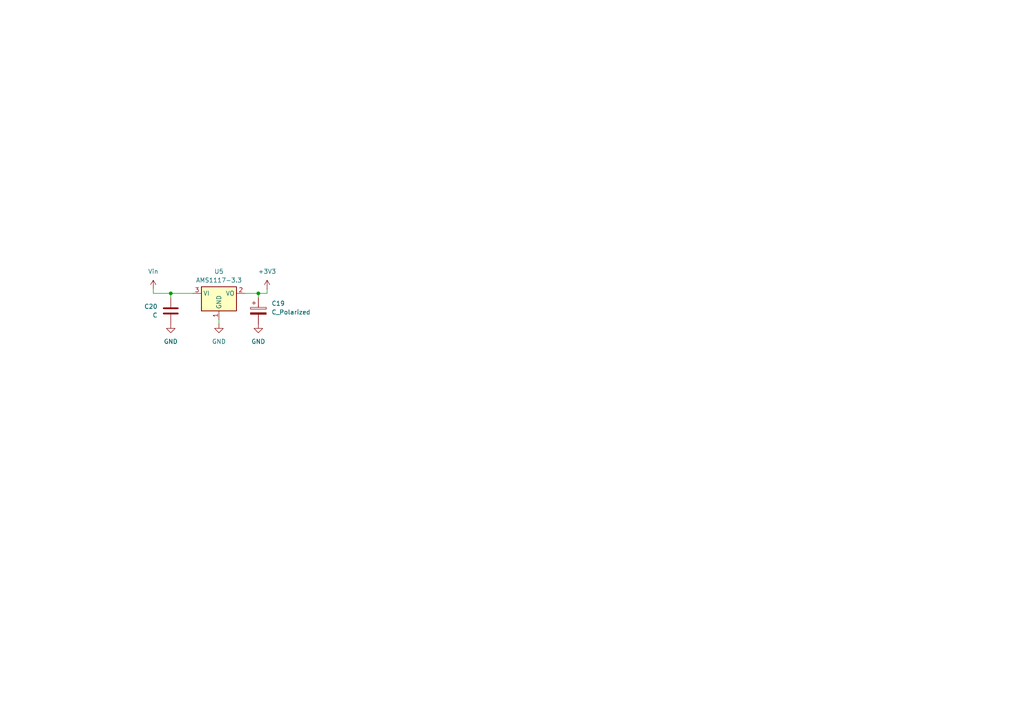
<source format=kicad_sch>
(kicad_sch (version 20231120) (generator "eeschema") (generator_version "8.0")
  (paper "A4")
  (lib_symbols
    (symbol "Device:C" (pin_numbers hide) (pin_names (offset 0.254))
      (property "Reference" "C" (at 0.635 2.54 0))
      (property "Value" "C" (at 0.635 -2.54 0))
      (symbol "C_0_1"
        (polyline (pts (xy -2.032 -0.762) (xy 2.032 -0.762)) (stroke (width 0.508)))
        (polyline (pts (xy -2.032 0.762) (xy 2.032 0.762)) (stroke (width 0.508)))
      )
      (symbol "C_1_1"
        (pin passive line (at 0 3.81 270) (length 2.794) (name "~") (number "1"))
        (pin passive line (at 0 -3.81 90) (length 2.794) (name "~") (number "2"))
      )
    )
    (symbol "Device:C_Polarized" (pin_numbers hide) (pin_names (offset 0.254))
      (property "Reference" "C" (at 0.635 2.54 0))
      (property "Value" "C_Polarized" (at 0.635 -2.54 0))
      (symbol "C_Polarized_0_1"
        (rectangle (start -2.286 0.508) (end 2.286 1.016))
        (polyline (pts (xy -1.778 2.286) (xy -0.762 2.286)))
        (polyline (pts (xy -1.27 2.794) (xy -1.27 1.778)))
        (rectangle (start 2.286 -0.508) (end -2.286 -1.016) (fill (type outline)))
      )
      (symbol "C_Polarized_1_1"
        (pin passive line (at 0 3.81 270) (length 2.794) (name "~") (number "1"))
        (pin passive line (at 0 -3.81 90) (length 2.794) (name "~") (number "2"))
      )
    )
    (symbol "Regulator_Linear:AMS1117-3.3"
      (property "Reference" "U" (at -3.81 3.175 0))
      (property "Value" "AMS1117-3.3" (at 0 3.175 0))
      (symbol "AMS1117-3.3_0_1"
        (rectangle (start -5.08 -5.08) (end 5.08 1.905) (stroke (width 0.254)) (fill (type background)))
      )
      (symbol "AMS1117-3.3_1_1"
        (pin power_in line (at 0 -7.62 90) (length 2.54) (name "GND") (number "1"))
        (pin power_out line (at 7.62 0 180) (length 2.54) (name "VO") (number "2"))
        (pin power_in line (at -7.62 0 0) (length 2.54) (name "VI") (number "3"))
      )
    )
    (symbol "power:+3V3" (power) (pin_numbers hide) (pin_names (offset 0) hide)
      (property "Value" "+3V3" (at 0 3.556 0))
      (symbol "+3V3_0_1"
        (polyline (pts (xy -0.762 1.27) (xy 0 2.54)))
        (polyline (pts (xy 0 0) (xy 0 2.54)))
        (polyline (pts (xy 0 2.54) (xy 0.762 1.27)))
      )
      (symbol "+3V3_1_1"
        (pin power_in line (at 0 0 90) (length 0) (name "~") (number "1"))
      )
    )
    (symbol "power:GND" (power) (pin_numbers hide) (pin_names (offset 0) hide)
      (property "Value" "GND" (at 0 -3.81 0))
      (symbol "GND_0_1"
        (polyline (pts (xy 0 0) (xy 0 -1.27) (xy 1.27 -1.27) (xy 0 -2.54) (xy -1.27 -1.27) (xy 0 -1.27)))
      )
      (symbol "GND_1_1"
        (pin power_in line (at 0 0 270) (length 0) (name "~") (number "1"))
      )
    )
    (symbol "power:LINE" (power) (pin_numbers hide) (pin_names (offset 0) hide)
      (property "Value" "LINE" (at 0 3.556 0))
      (symbol "LINE_0_1"
        (polyline (pts (xy -0.762 1.27) (xy 0 2.54)))
        (polyline (pts (xy 0 0) (xy 0 2.54)))
        (polyline (pts (xy 0 2.54) (xy 0.762 1.27)))
      )
      (symbol "LINE_1_1"
        (pin power_in line (at 0 0 90) (length 0) (name "~") (number "1"))
      )
    )
  )
  (junction (at 74.93 85.09))
  (junction (at 49.53 85.09))
  (wire (pts (xy 63.5 92.71) (xy 63.5 93.98)))
  (wire (pts (xy 74.93 85.09) (xy 77.47 85.09)))
  (wire (pts (xy 71.12 85.09) (xy 74.93 85.09)))
  (wire (pts (xy 49.53 85.09) (xy 49.53 86.36)))
  (wire (pts (xy 74.93 85.09) (xy 74.93 86.36)))
  (wire (pts (xy 49.53 85.09) (xy 55.88 85.09)))
  (wire (pts (xy 44.45 83.82) (xy 44.45 85.09)))
  (wire (pts (xy 77.47 83.82) (xy 77.47 85.09)))
  (wire (pts (xy 44.45 85.09) (xy 49.53 85.09)))
  (symbol (lib_id "power:GND") (at 63.5 93.98 0) (unit 1)
    (property "Reference" "#PWR039" (effects (hide yes)))
    (property "Value" "GND" (at 63.5 99.06 0))
    (property "Description" "Power symbol creates a global label with name \"GND\" , ground" (effects (hide yes)))
  )
  (symbol (lib_id "Device:C") (at 49.53 90.17 0) (unit 1)
    (property "Reference" "C20" (at 45.72 88.8999 0) (effects (justify right)))
    (property "Value" "C" (at 45.72 91.4399 0) (effects (justify right)))
    (property "Description" "Unpolarized capacitor" (effects (hide yes)))
  )
  (symbol (lib_id "power:GND") (at 49.53 93.98 0) (unit 1)
    (property "Reference" "#PWR041" (effects (hide yes)))
    (property "Value" "GND" (at 49.53 99.06 0))
    (property "Description" "Power symbol creates a global label with name \"GND\" , ground" (effects (hide yes)))
  )
  (symbol (lib_id "Device:C_Polarized") (at 74.93 90.17 0) (unit 1)
    (property "Reference" "C19" (at 78.74 88.0109 0) (effects (justify left)))
    (property "Value" "C_Polarized" (at 78.74 90.5509 0) (effects (justify left)))
    (property "Description" "Polarized capacitor" (effects (hide yes)))
  )
  (symbol (lib_id "Regulator_Linear:AMS1117-3.3") (at 63.5 85.09 0) (unit 1)
    (property "Reference" "U5" (at 63.5 78.74 0))
    (property "Value" "AMS1117-3.3" (at 63.5 81.28 0))
    (property "Footprint" "Package_TO_SOT_SMD:SOT-223-3_TabPin2" (effects (hide yes)))
    (property "Datasheet" "http://www.advanced-monolithic.com/pdf/ds1117.pdf" (effects (hide yes)))
    (property "Description" "1A Low Dropout regulator, positive, 3.3V fixed output, SOT-223" (effects (hide yes)))
  )
  (symbol (lib_id "power:GND") (at 74.93 93.98 0) (unit 1)
    (property "Reference" "#PWR040" (effects (hide yes)))
    (property "Value" "GND" (at 74.93 99.06 0))
    (property "Description" "Power symbol creates a global label with name \"GND\" , ground" (effects (hide yes)))
  )
  (symbol (lib_id "power:+3V3") (at 77.47 83.82 0) (unit 1)
    (property "Reference" "#PWR043" (effects (hide yes)))
    (property "Value" "+3V3" (at 77.47 78.74 0))
    (property "Description" "Power symbol creates a global label with name \"+3V3\"" (effects (hide yes)))
  )
  (symbol (lib_id "power:LINE") (at 44.45 83.82 0) (unit 1)
    (property "Reference" "#PWR042" (effects (hide yes)))
    (property "Value" "Vin" (at 44.45 78.74 0))
    (property "Description" "Power symbol creates a global label with name \"Vin\"" (effects (hide yes)))
  )
)
</source>
